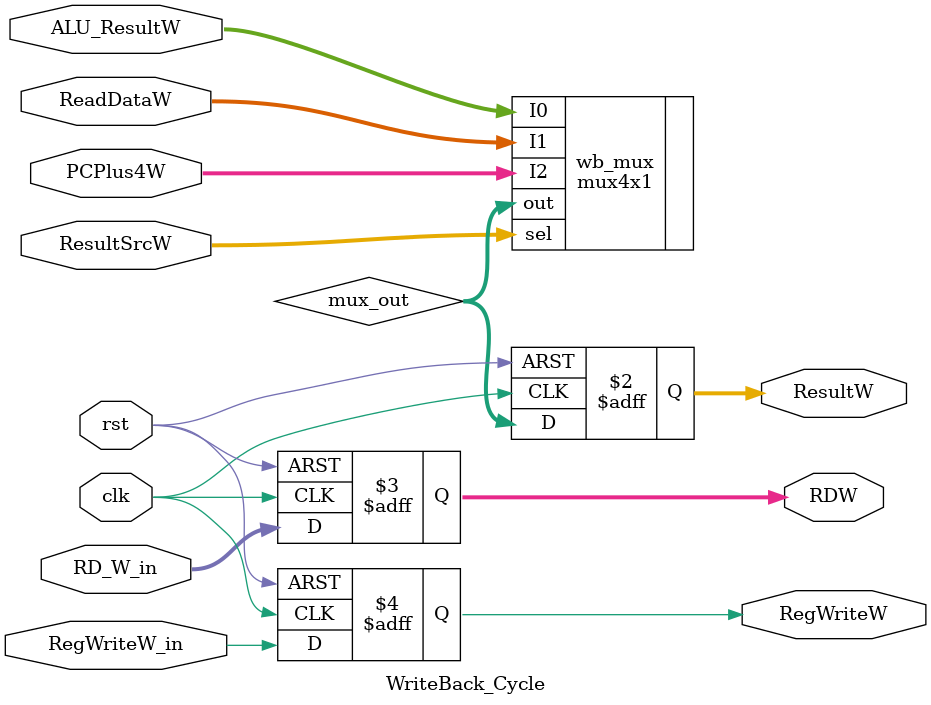
<source format=v>
  /* Copyright 2025 Swarup Saha Roy

   Licensed under the Apache License, Version 2.0 (the "License");
   you may not use this file except in compliance with the License.
   You may obtain a copy of the License at

       http://www.apache.org/licenses/LICENSE-2.0

   Unless required by applicable law or agreed to in writing, software
   distributed under the License is distributed on an "AS IS" BASIS,
   WITHOUT WARRANTIES OR CONDITIONS OF ANY KIND, either express or implied.
   See the License for the specific language governing permissions and
   limitations under the License.*/

`timescale 1ns / 1ps

module WriteBack_Cycle(
    input clk,
    input rst,
    input [1:0] ResultSrcW,          // Controls what gets written back
    input [31:0] PCPlus4W,           // PC + 4 (for JAL return)
    input [31:0] ALU_ResultW,        // ALU result (for arithmetic)
    input [31:0] ReadDataW,          // Data from memory (for lw)
    input [4:0] RD_W_in,             // Destination register from MEM/WB pipeline
    input RegWriteW_in,              // Write enable from MEM/WB pipeline

    output reg [31:0] ResultW,       // Final value to be written to register file
    output reg [4:0] RDW,            // Final destination register to be written
    output reg RegWriteW             // Final write-enable for register file
);

    wire [31:0] mux_out;

    // MUX to select write-back value
    mux4x1 wb_mux (
        .I0(ALU_ResultW),    // 00 - ALU result
        .I1(ReadDataW),      // 01 - Memory output
        .I2(PCPlus4W),       // 10 - PC + 4 (e.g., for JAL)
        .sel(ResultSrcW),
        .out(mux_out)
    );

    // Latch final write-back outputs
    always @(posedge clk or posedge rst) begin
        if (rst) begin
            ResultW   <= 32'b0;
            RDW       <= 5'b0;
            RegWriteW <= 1'b0;
        end else begin
            ResultW   <= mux_out;
            RDW       <= RD_W_in;
            RegWriteW <= RegWriteW_in;
        end
    end

endmodule

</source>
